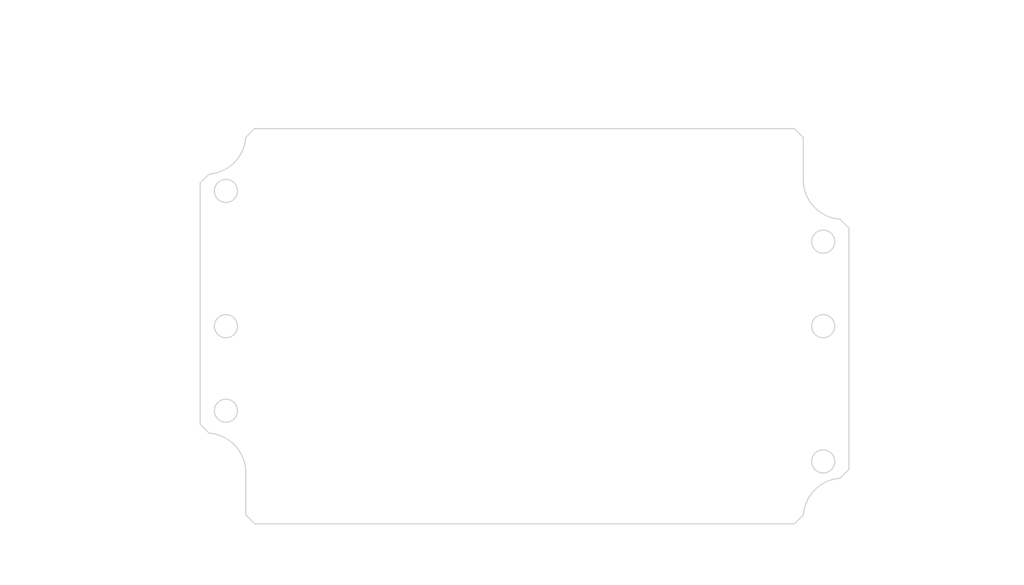
<source format=kicad_pcb>
(kicad_pcb (version 20221018) (generator pcbnew)

  (general
    (thickness 1.6)
  )

  (paper "A4")
  (layers
    (0 "F.Cu" signal)
    (31 "B.Cu" signal)
    (32 "B.Adhes" user "B.Adhesive")
    (33 "F.Adhes" user "F.Adhesive")
    (34 "B.Paste" user)
    (35 "F.Paste" user)
    (36 "B.SilkS" user "B.Silkscreen")
    (37 "F.SilkS" user "F.Silkscreen")
    (38 "B.Mask" user)
    (39 "F.Mask" user)
    (40 "Dwgs.User" user "User.Drawings")
    (41 "Cmts.User" user "User.Comments")
    (42 "Eco1.User" user "User.Eco1")
    (43 "Eco2.User" user "User.Eco2")
    (44 "Edge.Cuts" user)
    (45 "Margin" user)
    (46 "B.CrtYd" user "B.Courtyard")
    (47 "F.CrtYd" user "F.Courtyard")
    (48 "B.Fab" user)
    (49 "F.Fab" user)
  )

  (setup
    (pad_to_mask_clearance 0.051)
    (solder_mask_min_width 0.25)
    (pcbplotparams
      (layerselection 0x00010fc_ffffffff)
      (plot_on_all_layers_selection 0x0000000_00000000)
      (disableapertmacros false)
      (usegerberextensions false)
      (usegerberattributes false)
      (usegerberadvancedattributes false)
      (creategerberjobfile false)
      (dashed_line_dash_ratio 12.000000)
      (dashed_line_gap_ratio 3.000000)
      (svgprecision 4)
      (plotframeref false)
      (viasonmask false)
      (mode 1)
      (useauxorigin false)
      (hpglpennumber 1)
      (hpglpenspeed 20)
      (hpglpendiameter 15.000000)
      (dxfpolygonmode true)
      (dxfimperialunits true)
      (dxfusepcbnewfont true)
      (psnegative false)
      (psa4output false)
      (plotreference true)
      (plotvalue true)
      (plotinvisibletext false)
      (sketchpadsonfab false)
      (subtractmaskfromsilk false)
      (outputformat 1)
      (mirror false)
      (drillshape 1)
      (scaleselection 1)
      (outputdirectory "")
    )
  )

  (net 0 "")

  (gr_line (start 95.305263 48.253712) (end 142.962989 48.253712)
    (stroke (width 0.2) (type solid)) (layer "Dwgs.User") (tstamp 01d64ddc-2979-4028-8d1e-1efb532bb2d7))
  (gr_line (start 85.517667 69.799264) (end 85.517667 73.880091)
    (stroke (width 0.2) (type solid)) (layer "Dwgs.User") (tstamp 01d689f7-99ef-414e-9d40-955b16dbfc2e))
  (gr_line (start 101.992637 137.940737) (end 58.632491 137.940737)
    (stroke (width 0.2) (type solid)) (layer "Dwgs.User") (tstamp 08df03e6-9f78-43d6-961b-9de3fc890699))
  (gr_line (start 61.807491 69.799264) (end 61.807491 99.312565)
    (stroke (width 0.2) (type solid)) (layer "Dwgs.User") (tstamp 0946ad0c-83cf-40b8-b516-bfe0242fb596))
  (gr_line (start 98.876017 117.869939) (end 117.116169 117.869939)
    (stroke (width 0.2) (type solid)) (layer "Dwgs.User") (tstamp 0c87e8b6-5b21-4191-abe6-5a24878ca481))
  (gr_line (start 103.624126 111.059563) (end 100.488237 114.774973)
    (stroke (width 0.2) (type solid)) (layer "Dwgs.User") (tstamp 0ce998d3-5788-43eb-a8a1-8075cb37b071))
  (gr_line (start 101.974716 67.799264) (end 82.342667 67.799264)
    (stroke (width 0.2) (type solid)) (layer "Dwgs.User") (tstamp 10406219-89aa-4b1d-8f0f-dbd2e675d55f))
  (gr_line (start 201.330192 138.930115) (end 199.577921 137.146987)
    (stroke (width 0.2) (type solid)) (layer "Dwgs.User") (tstamp 113d81a2-21ae-4fc6-9de8-df3736e5ec56))
  (gr_line (start 91.305263 130.272632) (end 84.882435 130.272632)
    (stroke (width 0.2) (type solid)) (layer "Dwgs.User") (tstamp 165088c0-e6fa-4a49-b765-166c9aef078c))
  (gr_line (start 201.876017 52.711519) (end 160.818808 52.711519)
    (stroke (width 0.2) (type solid)) (layer "Dwgs.User") (tstamp 193557fb-ba18-422e-9fd3-8a09d32f186c))
  (gr_line (start 93.892763 75.880091) (end 81.717763 75.880091)
    (stroke (width 0.2) (type solid)) (layer "Dwgs.User") (tstamp 19f138fd-135d-4326-a0a3-ec0c67584281))
  (gr_line (start 212.601138 139.734775) (end 210.601138 139.734775)
    (stroke (width 0.2) (type solid)) (layer "Dwgs.User") (tstamp 23f1eac3-b392-4e22-aa4d-24504164a5ca))
  (gr_line (start 101.387216 68.386764) (end 101.387216 54.15074)
    (stroke (width 0.2) (type solid)) (layer "Dwgs.User") (tstamp 25a0aafd-cb31-46ed-b6f7-0ffdafd4db40))
  (gr_line (start 93.305263 121.272632) (end 93.305263 133.447632)
    (stroke (width 0.2) (type solid)) (layer "Dwgs.User") (tstamp 268c9401-ee40-489a-82a0-bcc399277032))
  (gr_line (start 224.554755 124.869939) (end 224.554755 110.927954)
    (stroke (width 0.2) (type solid)) (layer "Dwgs.User") (tstamp 2c3f0431-47cb-43db-8a80-fba66b7e05e2))
  (gr_line (start 201.686826 138.579662) (end 199.577927 137.146986)
    (stroke (width 0.2) (type solid)) (layer "Dwgs.User") (tstamp 2e20d77c-5cc3-440d-ac35-04ad5b5b431b))
  (gr_line (start 199.577927 137.146986) (end 200.973573 139.28057)
    (stroke (width 0.2) (type solid)) (layer "Dwgs.User") (tstamp 2f014a46-5d76-4b6f-bdbd-4fe1721265a7))
  (gr_line (start 95.305263 62.956654) (end 99.387216 62.956654)
    (stroke (width 0.2) (type solid)) (layer "Dwgs.User") (tstamp 2f5b61a4-7c71-4b2f-8eac-f35bb13f0c1d))
  (gr_line (start 101.387216 62.956654) (end 104.314722 62.956654)
    (stroke (width 0.2) (type solid)) (layer "Dwgs.User") (tstamp 3049e12e-4bfc-404d-98a9-6d42df9da6d2))
  (gr_line (start 84.892763 119.860132) (end 84.892763 102.427547)
    (stroke (width 0.2) (type solid)) (layer "Dwgs.User") (tstamp 30d58477-dd8f-4aff-a9b1-ef5210f7598a))
  (gr_line (start 204.876017 87.869939) (end 215.776549 87.869939)
    (stroke (width 0.2) (type solid)) (layer "Dwgs.User") (tstamp 343288af-51f4-47a2-bb7d-bd604a877c08))
  (gr_line (start 93.305263 76.467591) (end 93.305263 59.781654)
    (stroke (width 0.2) (type solid)) (layer "Dwgs.User") (tstamp 3be71203-b6a9-47db-befc-09382be8382e))
  (gr_line (start 113.941169 144.552557) (end 111.941169 144.552557)
    (stroke (width 0.2) (type solid)) (layer "Dwgs.User") (tstamp 5802160c-a1e8-4cf2-904d-f3a0138ab3bb))
  (gr_line (start 85.517667 81.852424) (end 83.517667 81.852424)
    (stroke (width 0.2) (type solid)) (layer "Dwgs.User") (tstamp 61044677-f728-4d18-938b-ebecfa17a1bb))
  (gr_line (start 85.517667 75.880091) (end 85.517667 81.852424)
    (stroke (width 0.2) (type solid)) (layer "Dwgs.User") (tstamp 697fa5ae-c27b-4119-88a7-ecb46e598493))
  (gr_line (start 204.876017 126.869939) (end 227.729755 126.869939)
    (stroke (width 0.2) (type solid)) (layer "Dwgs.User") (tstamp 6ca9560b-d2a6-4c21-a779-6422bf15d8a7))
  (gr_line (start 201.330192 138.930115) (end 209.830462 147.580067)
    (stroke (width 0.2) (type solid)) (layer "Dwgs.User") (tstamp 6de7e58b-153a-412c-ac64-4de0dbf4b6da))
  (gr_line (start 212.601549 100.869939) (end 212.601549 98.927374)
    (stroke (width 0.2) (type solid)) (layer "Dwgs.User") (tstamp 70082215-efff-402b-b8ad-57580f98990f))
  (gr_line (start 105.624126 111.059563) (end 103.624126 111.059563)
    (stroke (width 0.2) (type solid)) (layer "Dwgs.User") (tstamp 73f6b11f-47c6-45bf-bba8-aabd11734f9d))
  (gr_line (start 99.876017 130.272632) (end 101.876017 130.272632)
    (stroke (width 0.2) (type solid)) (layer "Dwgs.User") (tstamp 744680e6-0e12-4920-b711-6affad28ff5b))
  (gr_line (start 209.830462 147.580067) (end 212.330462 147.580067)
    (stroke (width 0.2) (type solid)) (layer "Dwgs.User") (tstamp 79226693-d650-488b-ac20-3c695f5e6374))
  (gr_line (start 93.892763 121.860132) (end 81.717763 121.860132)
    (stroke (width 0.2) (type solid)) (layer "Dwgs.User") (tstamp 9048c194-ded3-40f3-bee5-ce258b246e49))
  (gr_line (start 200.34803 68.386764) (end 200.34803 54.15074)
    (stroke (width 0.2) (type solid)) (layer "Dwgs.User") (tstamp 91e4e41e-7140-4e86-9eed-f7019bad4b9f))
  (gr_line (start 204.876017 87.869939) (end 227.729755 87.869939)
    (stroke (width 0.2) (type solid)) (layer "Dwgs.User") (tstamp 9bebba37-04d5-497c-9893-4e9a6675200a))
  (gr_line (start 203.876017 86.869939) (end 203.876017 49.536519)
    (stroke (width 0.2) (type solid)) (layer "Dwgs.User") (tstamp 9f663b18-b89b-413c-947a-67efe6e5a3fa))
  (gr_line (start 101.387216 68.386764) (end 101.387216 59.781654)
    (stroke (width 0.2) (type solid)) (layer "Dwgs.User") (tstamp a020785d-90b9-4d25-b4b9-21343a2d5827))
  (gr_line (start 99.876017 52.711519) (end 151.408781 52.711519)
    (stroke (width 0.2) (type solid)) (layer "Dwgs.User") (tstamp aaf8774a-7a4b-4cc4-9d8d-485bc1cc8bf9))
  (gr_line (start 200.973567 139.280569) (end 201.686818 138.57966)
    (stroke (width 0.2) (type solid)) (layer "Dwgs.User") (tstamp ac79f78a-d11b-41f3-a091-8e1c9d95d3bf))
  (gr_line (start 93.892763 75.880091) (end 82.342667 75.880091)
    (stroke (width 0.2) (type solid)) (layer "Dwgs.User") (tstamp ada1e640-714b-410a-9b1a-1e8991e10051))
  (gr_line (start 206.446736 48.253712) (end 152.371857 48.253712)
    (stroke (width 0.2) (type solid)) (layer "Dwgs.User") (tstamp b4d9e392-58be-4f0d-b7da-e2f2bb16fc17))
  (gr_line (start 208.446736 84.467591) (end 208.446736 45.078712)
    (stroke (width 0.2) (type solid)) (layer "Dwgs.User") (tstamp bd8f5c14-49df-4863-91a1-ed0ecaf40482))
  (gr_line (start 204.876017 102.869939) (end 215.776549 102.869939)
    (stroke (width 0.2) (type solid)) (layer "Dwgs.User") (tstamp c11b244b-c988-49a0-8039-2b3b504efd3d))
  (gr_line (start 113.941169 119.869939) (end 113.941169 135.940737)
    (stroke (width 0.2) (type solid)) (layer "Dwgs.User") (tstamp cc42abb1-4954-4a25-a582-d4452fe7afd9))
  (gr_line (start 84.892763 77.880091) (end 84.892763 95.312676)
    (stroke (width 0.2) (type solid)) (layer "Dwgs.User") (tstamp ce2f575f-abb4-4956-b4da-64ce03cd98af))
  (gr_line (start 97.876017 118.869939) (end 97.876017 133.447632)
    (stroke (width 0.2) (type solid)) (layer "Dwgs.User") (tstamp d2c05a55-65f2-440d-802e-abfed7212b81))
  (gr_line (start 93.305263 76.467591) (end 93.305263 45.078712)
    (stroke (width 0.2) (type solid)) (layer "Dwgs.User") (tstamp d4d203fc-d980-465b-9f24-2d5947c3afaf))
  (gr_line (start 97.876017 117.959939) (end 97.876017 117.779939)
    (stroke (width 0.2) (type solid)) (layer "Dwgs.User") (tstamp d7f27b8c-405e-406c-ba71-ed65c69d97ca))
  (gr_line (start 210.601138 139.734775) (end 203.625217 133.529103)
    (stroke (width 0.2) (type solid)) (layer "Dwgs.User") (tstamp daba0092-c34b-4407-8097-fffcb68c79d1))
  (gr_line (start 61.807491 135.940737) (end 61.807491 106.427436)
    (stroke (width 0.2) (type solid)) (layer "Dwgs.User") (tstamp dd77d51e-0d2c-4516-87db-7b0aa2d47409))
  (gr_line (start 101.974716 67.799264) (end 58.632491 67.799264)
    (stroke (width 0.2) (type solid)) (layer "Dwgs.User") (tstamp df1a6489-cb7e-4d52-abe1-c184c2b9ad98))
  (gr_line (start 198.34803 57.32574) (end 151.79256 57.32574)
    (stroke (width 0.2) (type solid)) (layer "Dwgs.User") (tstamp e1b8f66e-9cc5-4d86-936a-f476a0a010c9))
  (gr_line (start 103.387216 57.32574) (end 143.698699 57.32574)
    (stroke (width 0.2) (type solid)) (layer "Dwgs.User") (tstamp e46c1835-4704-427e-9af4-2ad2f565c7ed))
  (gr_line (start 199.577921 137.146987) (end 200.973567 139.280569)
    (stroke (width 0.2) (type solid)) (layer "Dwgs.User") (tstamp e4b33832-678c-4c09-b702-c25e0aa473c7))
  (gr_line (start 200.973573 139.28057) (end 201.686826 138.579662)
    (stroke (width 0.2) (type solid)) (layer "Dwgs.User") (tstamp e56b7af9-321a-422b-bc72-154ada341d65))
  (gr_line (start 201.686818 138.57966) (end 199.577921 137.146987)
    (stroke (width 0.2) (type solid)) (layer "Dwgs.User") (tstamp ed8cce82-a0c5-43c7-91bc-9b98d46b343b))
  (gr_line (start 224.554755 89.869939) (end 224.554755 103.811924)
    (stroke (width 0.2) (type solid)) (layer "Dwgs.User") (tstamp f24036f0-6d03-4222-b7dd-52ce2c73eece))
  (gr_line (start 113.941169 137.940737) (end 113.941169 144.552557)
    (stroke (width 0.2) (type solid)) (layer "Dwgs.User") (tstamp f5e9fe19-ce42-4c8e-a14e-c779fb5bc1a7))
  (gr_line (start 212.601549 89.869939) (end 212.601549 91.812503)
    (stroke (width 0.2) (type solid)) (layer "Dwgs.User") (tstamp fa3a705c-265d-4f49-a78c-14427752ea18))
  (gr_line (start 97.786017 117.869939) (end 97.966017 117.869939)
    (stroke (width 0.2) (type solid)) (layer "Dwgs.User") (tstamp fd9bd599-f0ca-4db4-b2c6-13d37afbfd3f))
  (gr_line (start 97.876017 77.869939) (end 97.876017 49.536519)
    (stroke (width 0.2) (type solid)) (layer "Dwgs.User") (tstamp ff5dbc7a-8518-4d39-99cc-c743c56a094d))
  (gr_line (start 198.784171 137.940737) (end 200.371671 136.353237)
    (stroke (width 0.2) (type solid)) (layer "Edge.Cuts") (tstamp 1334b3e9-e919-4233-a10e-c58fb943838f))
  (gr_arc (start 200.37167 136.353237) (mid 202.410675 131.903094) (end 206.859236 129.860641)
    (stroke (width 0.2) (type solid)) (layer "Edge.Cuts") (tstamp 289176ed-806b-47ce-9225-741a876c0c66))
  (gr_circle (center 97.876017 117.869939) (end 99.926017 117.869939)
    (stroke (width 0.2) (type solid)) (fill none) (layer "Edge.Cuts") (tstamp 2eb9d816-11d0-480b-8486-3daec76fc2da))
  (gr_line (start 101.405137 136.353237) (end 101.405137 128.872331)
    (stroke (width 0.2) (type solid)) (layer "Edge.Cuts") (tstamp 37df8c38-f82a-4e3b-900c-210d115db51b))
  (gr_arc (start 206.859236 83.880091) (mid 202.297105 81.728318) (end 200.34803 77.075978)
    (stroke (width 0.2) (type solid)) (layer "Edge.Cuts") (tstamp 5348999c-7163-4747-bbe8-bf22f4210862))
  (gr_line (start 93.305263 120.272632) (end 93.305263 77.467591)
    (stroke (width 0.2) (type solid)) (layer "Edge.Cuts") (tstamp 574fa5f3-1005-4a28-89a9-6533d16572f0))
  (gr_arc (start 94.892763 121.860133) (mid 99.525349 124.087942) (end 101.405137 128.872331)
    (stroke (width 0.2) (type solid)) (layer "Edge.Cuts") (tstamp 586b6eed-443a-4c1e-81db-f3cb57155fb4))
  (gr_line (start 101.405137 136.353237) (end 102.992637 137.940737)
    (stroke (width 0.2) (type solid)) (layer "Edge.Cuts") (tstamp 60419d60-4068-4eeb-8442-51674f8aea62))
  (gr_line (start 102.974716 67.799264) (end 101.387216 69.386764)
    (stroke (width 0.2) (type solid)) (layer "Edge.Cuts") (tstamp 653a854c-aa1a-4694-9d09-5e17d266d9d9))
  (gr_line (start 102.974716 67.799264) (end 198.76053 67.799264)
    (stroke (width 0.2) (type solid)) (layer "Edge.Cuts") (tstamp 6be11fa1-3509-4c7a-ba97-2937111c116b))
  (gr_circle (center 97.876017 102.869939) (end 99.926017 102.869939)
    (stroke (width 0.2) (type solid)) (fill none) (layer "Edge.Cuts") (tstamp 6dbe6806-8441-4b59-987b-0091119fd1a2))
  (gr_line (start 208.446736 85.467591) (end 206.859236 83.880091)
    (stroke (width 0.2) (type solid)) (layer "Edge.Cuts") (tstamp 757f8350-cd58-477e-b5d2-d3ee0373f26b))
  (gr_arc (start 101.387216 69.386764) (mid 99.345957 73.839604) (end 94.892763 75.880091)
    (stroke (width 0.2) (type solid)) (layer "Edge.Cuts") (tstamp 7cccdf59-dd74-46e7-b061-cb5c73baa0fe))
  (gr_line (start 200.34803 69.386764) (end 198.76053 67.799264)
    (stroke (width 0.2) (type solid)) (layer "Edge.Cuts") (tstamp 826b0e1d-2ab8-468a-a88a-c07dddeffd8c))
  (gr_line (start 208.446736 85.467591) (end 208.446736 128.273141)
    (stroke (width 0.2) (type solid)) (layer "Edge.Cuts") (tstamp 8e5d998c-731c-49c3-97c8-cb01647fa415))
  (gr_circle (center 203.876017 126.869939) (end 205.926017 126.869939)
    (stroke (width 0.2) (type solid)) (fill none) (layer "Edge.Cuts") (tstamp 96c82fda-f255-4e21-bf9c-fc7b85539cce))
  (gr_line (start 94.892763 75.880091) (end 93.305263 77.467591)
    (stroke (width 0.2) (type solid)) (layer "Edge.Cuts") (tstamp 9bf2a8f7-e372-4baf-8e71-5d3bd72c4a0c))
  (gr_circle (center 203.876017 87.869939) (end 205.926017 87.869939)
    (stroke (width 0.2) (type solid)) (fill none) (layer "Edge.Cuts") (tstamp b582f2c3-3cda-4296-becf-ac8809168971))
  (gr_circle (center 203.876017 102.869939) (end 205.926017 102.869939)
    (stroke (width 0.2) (type solid)) (fill none) (layer "Edge.Cuts") (tstamp b90b803d-74b1-4fa3-8666-4f07fe088027))
  (gr_line (start 206.859236 129.860641) (end 208.446736 128.273141)
    (stroke (width 0.2) (type solid)) (layer "Edge.Cuts") (tstamp ba1fb3a9-eaf6-4462-8fa8-9fac3c6dda1e))
  (gr_line (start 93.305263 120.272632) (end 94.892763 121.860132)
    (stroke (width 0.2) (type solid)) (layer "Edge.Cuts") (tstamp cac49b5a-9d29-44c8-9c98-247d2206bf97))
  (gr_line (start 200.34803 69.386764) (end 200.34803 77.075978)
    (stroke (width 0.2) (type solid)) (layer "Edge.Cuts") (tstamp d0a94ae1-4b95-491a-95f3-6c26ae93bb7f))
  (gr_line (start 198.784171 137.940737) (end 102.992637 137.940737)
    (stroke (width 0.2) (type solid)) (layer "Edge.Cuts") (tstamp ded724b7-26d0-4f33-b066-1c36b4e6deeb))
  (gr_circle (center 97.876017 78.869939) (end 99.926017 78.869939)
    (stroke (width 0.2) (type solid)) (fill none) (layer "Edge.Cuts") (tstamp f3e407e1-64e8-4b8e-bdfe-a0678ac5ef12))
  (gr_text " 8.08" (at 80.128819 80.18445) (layer "Dwgs.User") (tstamp 014dad66-471e-4c82-971e-ab571b99ad84)
    (effects (font (size 1.7 1.53) (thickness 0.2125)))
  )
  (gr_text "[.32]" (at 107.703569 64.846116) (layer "Dwgs.User") (tstamp 01d12e84-a834-4b0b-817d-3809b2d080c4)
    (effects (font (size 1.7 1.53) (thickness 0.2125)))
  )
  (gr_text " 39.00" (at 224.554755 105.701385) (layer "Dwgs.User") (tstamp 04836f68-6eff-4e31-a9c9-efcd0cc7e70f)
    (effects (font (size 1.7 1.53) (thickness 0.2125)))
  )
  (gr_text "[.18]" (at 81.495327 132.162093) (layer "Dwgs.User") (tstamp 09aa95ca-d608-4505-85f6-2e3a21f11625)
    (effects (font (size 1.7 1.53) (thickness 0.2125)))
  )
  (gr_text "[1.81]" (at 84.892763 100.759573) (layer "Dwgs.User") (tstamp 14b38ed2-c65f-4e36-ac2b-153392d54473)
    (effects (font (size 1.7 1.53) (thickness 0.2125)))
  )
  (gr_text "[4.53]" (at 147.667423 50.143173) (layer "Dwgs.User") (tstamp 2c2fab2b-f9e9-4d9c-9500-3741adbf1b07)
    (effects (font (size 1.7 1.53) (thickness 0.2125)))
  )
  (gr_text " ∅4.10\n[∅0.16]" (at 110.160995 111.059563) (layer "Dwgs.User") (tstamp 46f112cb-7962-4138-8ac5-cd1ef8dbc2b9)
    (effects (font (size 1.7 1.53) (thickness 0.2125)))
  )
  (gr_text " 4.57" (at 81.495327 128.608137) (layer "Dwgs.User") (tstamp 4910df2d-c268-4a7a-84d0-79fcbc9c5b54)
    (effects (font (size 1.7 1.53) (thickness 0.2125)))
  )
  (gr_text "[R0.28]" (at 217.071909 141.624236) (layer "Dwgs.User") (tstamp 508bbaab-3610-4482-ac0f-070179ae74d3)
    (effects (font (size 1.7 1.53) (thickness 0.2125)))
  )
  (gr_text " 45.98" (at 84.892763 97.202138) (layer "Dwgs.User") (tstamp 51814970-6a59-4de8-a3cb-16b2d9999d3c)
    (effects (font (size 1.7 1.53) (thickness 0.2125)))
  )
  (gr_text "1.59 X 45.0° Chamfer" (at 213.401102 148.459221) (layer "Dwgs.User") (tstamp 58c8c285-be18-42aa-aa88-01dcd9577178)
    (effects (font (size 1.7 1.53) (thickness 0.2125)) (justify left bottom))
  )
  (gr_text " 70.14" (at 61.807491 101.202026) (layer "Dwgs.User") (tstamp 5bd71291-523d-4441-a953-319b3e21ae0a)
    (effects (font (size 1.7 1.53) (thickness 0.2125)))
  )
  (gr_text "[.79]" (at 107.893659 146.442018) (layer "Dwgs.User") (tstamp 782df49b-e71d-429f-9e56-99c1fe868d6c)
    (effects (font (size 1.7 1.53) (thickness 0.2125)))
  )
  (gr_text "[4.17]" (at 156.113795 54.60098) (layer "Dwgs.User") (tstamp 84d8c4b9-5908-4182-9e4d-8d258e4d1d27)
    (effects (font (size 1.7 1.53) (thickness 0.2125)))
  )
  (gr_text "[1.54]" (at 224.554755 109.2594) (layer "Dwgs.User") (tstamp 87893ed7-d3b0-449a-a636-55920c8dbcb4)
    (effects (font (size 1.7 1.53) (thickness 0.2125)))
  )
  (gr_text "[2.76]" (at 61.807491 104.759462) (layer "Dwgs.User") (tstamp 8c4c0aca-1859-4c61-8c27-def7f6e68091)
    (effects (font (size 1.7 1.53) (thickness 0.2125)))
  )
  (gr_text " 8.08" (at 107.703569 61.28868) (layer "Dwgs.User") (tstamp 9d4bb145-a2b6-4185-b71a-8a0004074eb9)
    (effects (font (size 1.7 1.53) (thickness 0.2125)))
  )
  (gr_text "[.32]" (at 80.128819 83.741885) (layer "Dwgs.User") (tstamp a2d4202a-d05f-4ad9-ac8c-78708b2a9303)
    (effects (font (size 1.7 1.53) (thickness 0.2125)))
  )
  (gr_text " 106.00" (at 156.113795 51.043545) (layer "Dwgs.User") (tstamp ae29a022-d109-471b-a6ba-c59ef644eee7)
    (effects (font (size 1.7 1.53) (thickness 0.2125)))
  )
  (gr_text " R7.03" (at 217.071909 138.066221) (layer "Dwgs.User") (tstamp b8f5025d-879c-45e0-b005-8ae8c30c2f9c)
    (effects (font (size 1.7 1.53) (thickness 0.2125)))
  )
  (gr_text "[3.90]" (at 147.74563 59.215201) (layer "Dwgs.User") (tstamp c6f50297-3213-48b7-993c-2848427e3529)
    (effects (font (size 1.7 1.53) (thickness 0.2125)))
  )
  (gr_text " 15.00" (at 212.601549 93.701965) (layer "Dwgs.User") (tstamp c89ed2e3-e14b-4595-a1a6-ac7dc7ef7e25)
    (effects (font (size 1.7 1.53) (thickness 0.2125)))
  )
  (gr_text " 115.14" (at 147.667423 46.585738) (layer "Dwgs.User") (tstamp d80cd1e5-b4c7-4857-b2a1-4b8574a785b8)
    (effects (font (size 1.7 1.53) (thickness 0.2125)))
  )
  (gr_text " 20.07" (at 107.893659 142.884583) (layer "Dwgs.User") (tstamp e4295850-876f-4d33-85a5-6955a3c973b9)
    (effects (font (size 1.7 1.53) (thickness 0.2125)))
  )
  (gr_text " 98.96" (at 147.74563 55.657766) (layer "Dwgs.User") (tstamp e99ccfd0-a0d3-4a66-8fa9-f9af473cff32)
    (effects (font (size 1.7 1.53) (thickness 0.2125)))
  )
  (gr_text "[.59]" (at 212.601549 97.2594) (layer "Dwgs.User") (tstamp ec42c2e8-828d-475e-86d2-2bd1cddd0cab)
    (effects (font (size 1.7 1.53) (thickness 0.2125)))
  )

)

</source>
